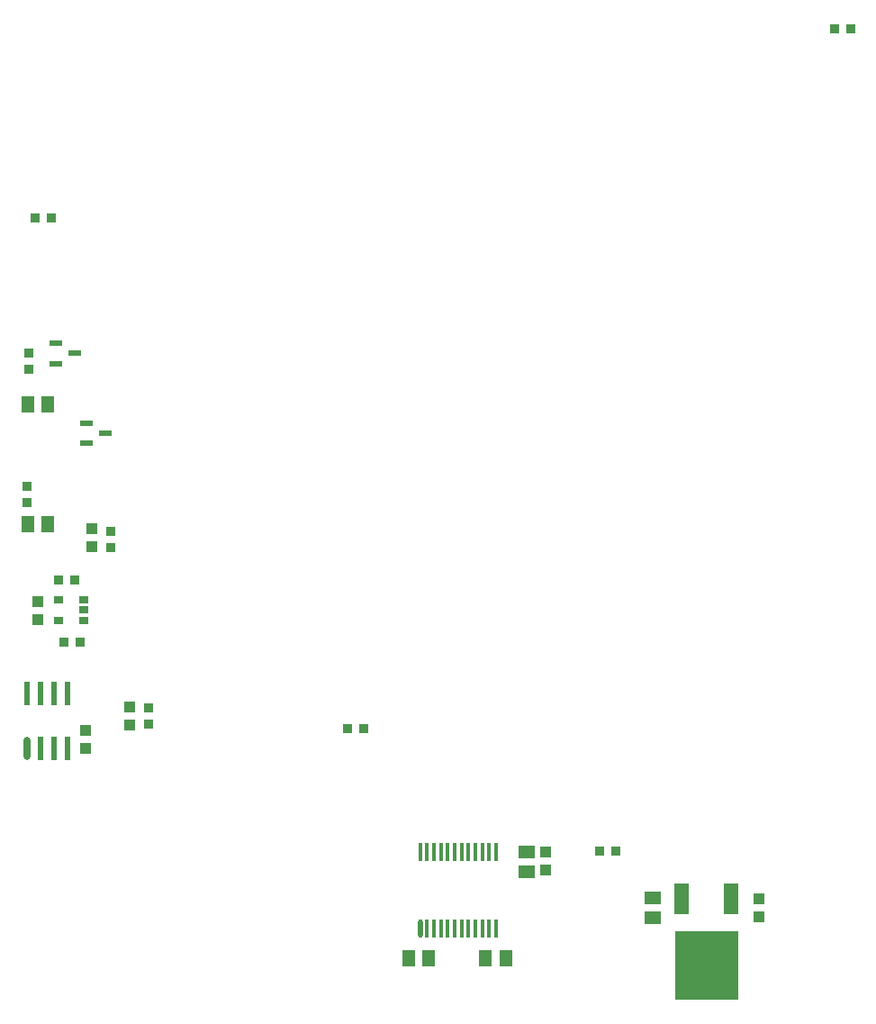
<source format=gtp>
G04 Layer_Color=7318015*
%FSLAX25Y25*%
%MOIN*%
G70*
G01*
G75*
%ADD11R,0.03500X0.03500*%
%ADD12R,0.04724X0.02362*%
%ADD13R,0.03500X0.03500*%
%ADD14R,0.05906X0.05118*%
%ADD15R,0.03937X0.04331*%
%ADD16R,0.05118X0.05906*%
%ADD17R,0.05512X0.11811*%
%ADD18R,0.23622X0.25590*%
%ADD19R,0.03543X0.02559*%
%ADD20O,0.01772X0.06890*%
%ADD21R,0.01772X0.06890*%
%ADD22R,0.02362X0.08661*%
%ADD23O,0.02362X0.08661*%
D11*
X141000Y356000D02*
D03*
Y350000D02*
D03*
X140500Y306500D02*
D03*
Y300500D02*
D03*
X185500Y224500D02*
D03*
Y218500D02*
D03*
X171500Y290000D02*
D03*
Y284000D02*
D03*
D12*
X158087Y355760D02*
D03*
X151000Y352020D02*
D03*
Y359500D02*
D03*
X169587Y326260D02*
D03*
X162500Y322520D02*
D03*
Y330000D02*
D03*
D13*
X352500Y171500D02*
D03*
X358500D02*
D03*
X265000Y217000D02*
D03*
X259000Y217000D02*
D03*
X154000Y249000D02*
D03*
X160000D02*
D03*
X158000Y272000D02*
D03*
X152000D02*
D03*
X445500Y476000D02*
D03*
X439500D02*
D03*
X143500Y406000D02*
D03*
X149500D02*
D03*
D14*
X372000Y154240D02*
D03*
Y146760D02*
D03*
X325500Y171240D02*
D03*
Y163760D02*
D03*
D15*
X411500Y147153D02*
D03*
Y153847D02*
D03*
X178500Y218154D02*
D03*
Y224847D02*
D03*
X332500Y164654D02*
D03*
Y171346D02*
D03*
X162000Y209653D02*
D03*
Y216347D02*
D03*
X164500Y290846D02*
D03*
Y284154D02*
D03*
X144500Y263846D02*
D03*
Y257154D02*
D03*
D16*
X281760Y132000D02*
D03*
X289240D02*
D03*
X310260D02*
D03*
X317740D02*
D03*
X140760Y337000D02*
D03*
X148240D02*
D03*
X140760Y292500D02*
D03*
X148240D02*
D03*
D17*
X401000Y154000D02*
D03*
X382945D02*
D03*
D18*
X392000Y129394D02*
D03*
D19*
X152051Y257000D02*
D03*
Y264480D02*
D03*
X161500D02*
D03*
Y260740D02*
D03*
Y257000D02*
D03*
D20*
X286000Y143000D02*
D03*
D21*
X288559D02*
D03*
X291118D02*
D03*
X293677D02*
D03*
X296236D02*
D03*
X298795D02*
D03*
X301354D02*
D03*
X303913D02*
D03*
X306472D02*
D03*
X309032D02*
D03*
X311591D02*
D03*
X314150D02*
D03*
X286000Y171346D02*
D03*
X288559D02*
D03*
X291118D02*
D03*
X293677D02*
D03*
X296236D02*
D03*
X298795D02*
D03*
X301354D02*
D03*
X303913D02*
D03*
X306472D02*
D03*
X309032D02*
D03*
X311591D02*
D03*
X314150D02*
D03*
D22*
X145500Y209500D02*
D03*
X150500D02*
D03*
X155500D02*
D03*
X140500Y229972D02*
D03*
X145500D02*
D03*
X150500D02*
D03*
X155500D02*
D03*
D23*
X140500Y209500D02*
D03*
M02*

</source>
